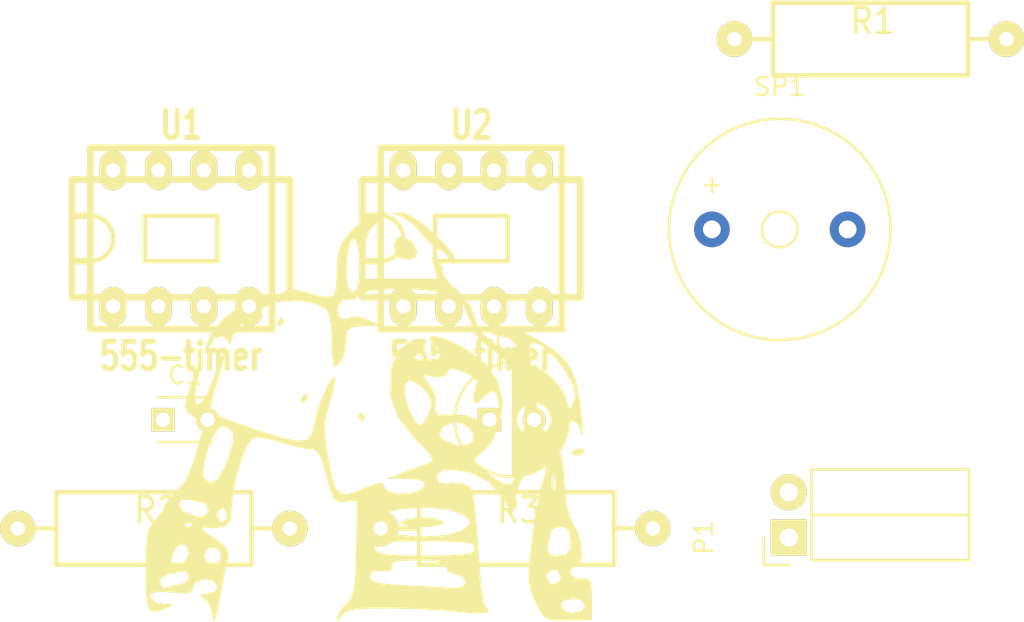
<source format=kicad_pcb>
(kicad_pcb (version 4) (host pcbnew 4.0.7)

  (general
    (links 19)
    (no_connects 19)
    (area 26.23251 15.928999 85.723141 51.173704)
    (thickness 1.6)
    (drawings 0)
    (tracks 0)
    (zones 0)
    (modules 10)
    (nets 10)
  )

  (page A4)
  (layers
    (0 F.Cu signal)
    (31 B.Cu signal)
    (32 B.Adhes user)
    (33 F.Adhes user)
    (34 B.Paste user)
    (35 F.Paste user)
    (36 B.SilkS user)
    (37 F.SilkS user)
    (38 B.Mask user)
    (39 F.Mask user)
    (40 Dwgs.User user)
    (41 Cmts.User user)
    (42 Eco1.User user)
    (43 Eco2.User user)
    (44 Edge.Cuts user)
    (45 Margin user)
    (46 B.CrtYd user)
    (47 F.CrtYd user)
    (48 B.Fab user)
    (49 F.Fab user)
  )

  (setup
    (last_trace_width 0.25)
    (trace_clearance 0.2)
    (zone_clearance 0.508)
    (zone_45_only no)
    (trace_min 0.2)
    (segment_width 0.2)
    (edge_width 0.15)
    (via_size 0.6)
    (via_drill 0.4)
    (via_min_size 0.4)
    (via_min_drill 0.3)
    (uvia_size 0.3)
    (uvia_drill 0.1)
    (uvias_allowed no)
    (uvia_min_size 0.2)
    (uvia_min_drill 0.1)
    (pcb_text_width 0.3)
    (pcb_text_size 1.5 1.5)
    (mod_edge_width 0.15)
    (mod_text_size 1 1)
    (mod_text_width 0.15)
    (pad_size 1.524 1.524)
    (pad_drill 0.762)
    (pad_to_mask_clearance 0.2)
    (aux_axis_origin 0 0)
    (visible_elements 7FFFFFFF)
    (pcbplotparams
      (layerselection 0x00030_80000001)
      (usegerberextensions false)
      (excludeedgelayer true)
      (linewidth 0.100000)
      (plotframeref false)
      (viasonmask false)
      (mode 1)
      (useauxorigin false)
      (hpglpennumber 1)
      (hpglpenspeed 20)
      (hpglpendiameter 15)
      (hpglpenoverlay 2)
      (psnegative false)
      (psa4output false)
      (plotreference true)
      (plotvalue true)
      (plotinvisibletext false)
      (padsonsilk false)
      (subtractmaskfromsilk false)
      (outputformat 1)
      (mirror false)
      (drillshape 1)
      (scaleselection 1)
      (outputdirectory ""))
  )

  (net 0 "")
  (net 1 /TRG)
  (net 2 /DIS2)
  (net 3 "Net-(C3-Pad2)")
  (net 4 /SPKR)
  (net 5 /VSS)
  (net 6 /DIS)
  (net 7 /OUT)
  (net 8 /THR)
  (net 9 /RESET2)

  (net_class Default "Dit is de standaard class."
    (clearance 0.2)
    (trace_width 0.25)
    (via_dia 0.6)
    (via_drill 0.4)
    (uvia_dia 0.3)
    (uvia_drill 0.1)
    (add_net /DIS)
    (add_net /DIS2)
    (add_net /OUT)
    (add_net /RESET2)
    (add_net /SPKR)
    (add_net /THR)
    (add_net /TRG)
    (add_net /VSS)
    (add_net "Net-(C3-Pad2)")
  )

  (module Capacitors_ThroughHole:C_Disc_D3_P2.5 (layer F.Cu) (tedit 0) (tstamp 5A58D5D9)
    (at 35.56 39.624)
    (descr "Capacitor 3mm Disc, Pitch 2.5mm")
    (tags Capacitor)
    (path /5A4CE3EC)
    (fp_text reference C1 (at 1.25 -2.5) (layer F.SilkS)
      (effects (font (size 1 1) (thickness 0.15)))
    )
    (fp_text value 01.uF (at 1.25 2.5) (layer F.Fab)
      (effects (font (size 1 1) (thickness 0.15)))
    )
    (fp_line (start -0.9 -1.5) (end 3.4 -1.5) (layer F.CrtYd) (width 0.05))
    (fp_line (start 3.4 -1.5) (end 3.4 1.5) (layer F.CrtYd) (width 0.05))
    (fp_line (start 3.4 1.5) (end -0.9 1.5) (layer F.CrtYd) (width 0.05))
    (fp_line (start -0.9 1.5) (end -0.9 -1.5) (layer F.CrtYd) (width 0.05))
    (fp_line (start -0.25 -1.25) (end 2.75 -1.25) (layer F.SilkS) (width 0.15))
    (fp_line (start 2.75 1.25) (end -0.25 1.25) (layer F.SilkS) (width 0.15))
    (pad 1 thru_hole rect (at 0 0) (size 1.3 1.3) (drill 0.8) (layers *.Cu *.Mask F.SilkS)
      (net 1 /TRG))
    (pad 2 thru_hole circle (at 2.5 0) (size 1.3 1.3) (drill 0.8001) (layers *.Cu *.Mask F.SilkS)
      (net 6 /DIS))
    (model Capacitors_ThroughHole.3dshapes/C_Disc_D3_P2.5.wrl
      (at (xyz 0.0492126 0 0))
      (scale (xyz 1 1 1))
      (rotate (xyz 0 0 0))
    )
  )

  (module Capacitors_ThroughHole:C_Radial_D6.3_L11.2_P2.5 (layer F.Cu) (tedit 0) (tstamp 5A58D5E5)
    (at 53.848 39.624)
    (descr "Radial Electrolytic Capacitor, Diameter 6.3mm x Length 11.2mm, Pitch 2.5mm")
    (tags "Electrolytic Capacitor")
    (path /5A56F242)
    (fp_text reference C3 (at 1.25 -4.4) (layer F.SilkS)
      (effects (font (size 1 1) (thickness 0.15)))
    )
    (fp_text value 10uF (at 1.25 4.4) (layer F.Fab)
      (effects (font (size 1 1) (thickness 0.15)))
    )
    (fp_line (start 1.325 -3.149) (end 1.325 3.149) (layer F.SilkS) (width 0.15))
    (fp_line (start 1.465 -3.143) (end 1.465 3.143) (layer F.SilkS) (width 0.15))
    (fp_line (start 1.605 -3.13) (end 1.605 -0.446) (layer F.SilkS) (width 0.15))
    (fp_line (start 1.605 0.446) (end 1.605 3.13) (layer F.SilkS) (width 0.15))
    (fp_line (start 1.745 -3.111) (end 1.745 -0.656) (layer F.SilkS) (width 0.15))
    (fp_line (start 1.745 0.656) (end 1.745 3.111) (layer F.SilkS) (width 0.15))
    (fp_line (start 1.885 -3.085) (end 1.885 -0.789) (layer F.SilkS) (width 0.15))
    (fp_line (start 1.885 0.789) (end 1.885 3.085) (layer F.SilkS) (width 0.15))
    (fp_line (start 2.025 -3.053) (end 2.025 -0.88) (layer F.SilkS) (width 0.15))
    (fp_line (start 2.025 0.88) (end 2.025 3.053) (layer F.SilkS) (width 0.15))
    (fp_line (start 2.165 -3.014) (end 2.165 -0.942) (layer F.SilkS) (width 0.15))
    (fp_line (start 2.165 0.942) (end 2.165 3.014) (layer F.SilkS) (width 0.15))
    (fp_line (start 2.305 -2.968) (end 2.305 -0.981) (layer F.SilkS) (width 0.15))
    (fp_line (start 2.305 0.981) (end 2.305 2.968) (layer F.SilkS) (width 0.15))
    (fp_line (start 2.445 -2.915) (end 2.445 -0.998) (layer F.SilkS) (width 0.15))
    (fp_line (start 2.445 0.998) (end 2.445 2.915) (layer F.SilkS) (width 0.15))
    (fp_line (start 2.585 -2.853) (end 2.585 -0.996) (layer F.SilkS) (width 0.15))
    (fp_line (start 2.585 0.996) (end 2.585 2.853) (layer F.SilkS) (width 0.15))
    (fp_line (start 2.725 -2.783) (end 2.725 -0.974) (layer F.SilkS) (width 0.15))
    (fp_line (start 2.725 0.974) (end 2.725 2.783) (layer F.SilkS) (width 0.15))
    (fp_line (start 2.865 -2.704) (end 2.865 -0.931) (layer F.SilkS) (width 0.15))
    (fp_line (start 2.865 0.931) (end 2.865 2.704) (layer F.SilkS) (width 0.15))
    (fp_line (start 3.005 -2.616) (end 3.005 -0.863) (layer F.SilkS) (width 0.15))
    (fp_line (start 3.005 0.863) (end 3.005 2.616) (layer F.SilkS) (width 0.15))
    (fp_line (start 3.145 -2.516) (end 3.145 -0.764) (layer F.SilkS) (width 0.15))
    (fp_line (start 3.145 0.764) (end 3.145 2.516) (layer F.SilkS) (width 0.15))
    (fp_line (start 3.285 -2.404) (end 3.285 -0.619) (layer F.SilkS) (width 0.15))
    (fp_line (start 3.285 0.619) (end 3.285 2.404) (layer F.SilkS) (width 0.15))
    (fp_line (start 3.425 -2.279) (end 3.425 -0.38) (layer F.SilkS) (width 0.15))
    (fp_line (start 3.425 0.38) (end 3.425 2.279) (layer F.SilkS) (width 0.15))
    (fp_line (start 3.565 -2.136) (end 3.565 2.136) (layer F.SilkS) (width 0.15))
    (fp_line (start 3.705 -1.974) (end 3.705 1.974) (layer F.SilkS) (width 0.15))
    (fp_line (start 3.845 -1.786) (end 3.845 1.786) (layer F.SilkS) (width 0.15))
    (fp_line (start 3.985 -1.563) (end 3.985 1.563) (layer F.SilkS) (width 0.15))
    (fp_line (start 4.125 -1.287) (end 4.125 1.287) (layer F.SilkS) (width 0.15))
    (fp_line (start 4.265 -0.912) (end 4.265 0.912) (layer F.SilkS) (width 0.15))
    (fp_circle (center 2.5 0) (end 2.5 -1) (layer F.SilkS) (width 0.15))
    (fp_circle (center 1.25 0) (end 1.25 -3.1875) (layer F.SilkS) (width 0.15))
    (fp_circle (center 1.25 0) (end 1.25 -3.4) (layer F.CrtYd) (width 0.05))
    (pad 2 thru_hole circle (at 2.5 0) (size 1.3 1.3) (drill 0.8) (layers *.Cu *.Mask F.SilkS)
      (net 3 "Net-(C3-Pad2)"))
    (pad 1 thru_hole rect (at 0 0) (size 1.3 1.3) (drill 0.8) (layers *.Cu *.Mask F.SilkS)
      (net 4 /SPKR))
    (model Capacitors_ThroughHole.3dshapes/C_Radial_D6.3_L11.2_P2.5.wrl
      (at (xyz 0 0 0))
      (scale (xyz 1 1 1))
      (rotate (xyz 0 0 0))
    )
  )

  (module Socket_Strips:Socket_Strip_Angled_1x02 (layer F.Cu) (tedit 0) (tstamp 5A58D5F9)
    (at 70.612 46.228 90)
    (descr "Through hole socket strip")
    (tags "socket strip")
    (path /5A4CE611)
    (fp_text reference P1 (at 0 -4.75 90) (layer F.SilkS)
      (effects (font (size 1 1) (thickness 0.15)))
    )
    (fp_text value PWR_5v (at 0 -2.75 90) (layer F.Fab)
      (effects (font (size 1 1) (thickness 0.15)))
    )
    (fp_line (start -1.75 -1.5) (end -1.75 10.6) (layer F.CrtYd) (width 0.05))
    (fp_line (start 4.3 -1.5) (end 4.3 10.6) (layer F.CrtYd) (width 0.05))
    (fp_line (start -1.75 -1.5) (end 4.3 -1.5) (layer F.CrtYd) (width 0.05))
    (fp_line (start -1.75 10.6) (end 4.3 10.6) (layer F.CrtYd) (width 0.05))
    (fp_line (start 3.81 10.1) (end 3.81 1.27) (layer F.SilkS) (width 0.15))
    (fp_line (start 1.27 10.1) (end 3.81 10.1) (layer F.SilkS) (width 0.15))
    (fp_line (start 1.27 1.27) (end 1.27 10.1) (layer F.SilkS) (width 0.15))
    (fp_line (start 1.27 1.27) (end 3.81 1.27) (layer F.SilkS) (width 0.15))
    (fp_line (start -1.27 1.27) (end 1.27 1.27) (layer F.SilkS) (width 0.15))
    (fp_line (start 0 -1.4) (end -1.55 -1.4) (layer F.SilkS) (width 0.15))
    (fp_line (start -1.55 -1.4) (end -1.55 0) (layer F.SilkS) (width 0.15))
    (fp_line (start -1.27 1.27) (end -1.27 10.1) (layer F.SilkS) (width 0.15))
    (fp_line (start -1.27 10.1) (end 1.27 10.1) (layer F.SilkS) (width 0.15))
    (fp_line (start 1.27 10.1) (end 1.27 1.27) (layer F.SilkS) (width 0.15))
    (pad 1 thru_hole rect (at 0 0 90) (size 2.032 2.032) (drill 1.016) (layers *.Cu *.Mask F.SilkS)
      (net 9 /RESET2))
    (pad 2 thru_hole oval (at 2.54 0 90) (size 2.032 2.032) (drill 1.016) (layers *.Cu *.Mask F.SilkS)
      (net 5 /VSS))
    (model Socket_Strips.3dshapes/Socket_Strip_Angled_1x02.wrl
      (at (xyz 0.05 0 0))
      (scale (xyz 1 1 1))
      (rotate (xyz 0 0 180))
    )
  )

  (module w_pth_resistors:RC07 (layer F.Cu) (tedit 4B90E153) (tstamp 5A58D61B)
    (at 35.052 45.72)
    (descr "Resistor, RC07")
    (tags R)
    (path /5A4D0F6C)
    (autoplace_cost180 10)
    (fp_text reference R2 (at 0.127 -1.016) (layer F.SilkS)
      (effects (font (size 1.397 1.27) (thickness 0.2032)))
    )
    (fp_text value R1k (at 0 1.016) (layer F.SilkS) hide
      (effects (font (size 1.397 1.27) (thickness 0.2032)))
    )
    (fp_line (start -5.461 0) (end -5.461 -2.032) (layer F.SilkS) (width 0.254))
    (fp_line (start -5.461 -2.032) (end 5.461 -2.032) (layer F.SilkS) (width 0.254))
    (fp_line (start 5.461 -2.032) (end 5.461 2.032) (layer F.SilkS) (width 0.254))
    (fp_line (start 5.461 2.032) (end -5.461 2.032) (layer F.SilkS) (width 0.254))
    (fp_line (start -5.461 2.032) (end -5.461 0) (layer F.SilkS) (width 0.254))
    (fp_line (start 5.461 0) (end 7.62 0) (layer F.SilkS) (width 0.254))
    (fp_line (start -7.62 0) (end -5.461 0) (layer F.SilkS) (width 0.254))
    (pad 1 thru_hole circle (at -7.62 0) (size 1.99898 1.99898) (drill 0.8001) (layers *.Cu *.Mask F.SilkS)
      (net 8 /THR))
    (pad 2 thru_hole circle (at 7.62 0) (size 1.99898 1.99898) (drill 0.8001) (layers *.Cu *.Mask F.SilkS)
      (net 6 /DIS))
    (model walter/pth_resistors/rc07.wrl
      (at (xyz 0 0 0))
      (scale (xyz 1 1 1))
      (rotate (xyz 0 0 0))
    )
  )

  (module w_pth_resistors:RC07 (layer F.Cu) (tedit 4B90E153) (tstamp 5A58D621)
    (at 55.372 45.72)
    (descr "Resistor, RC07")
    (tags R)
    (path /5A4D047C)
    (autoplace_cost180 10)
    (fp_text reference R3 (at 0.127 -1.016) (layer F.SilkS)
      (effects (font (size 1.397 1.27) (thickness 0.2032)))
    )
    (fp_text value R50k (at 0 1.016) (layer F.SilkS) hide
      (effects (font (size 1.397 1.27) (thickness 0.2032)))
    )
    (fp_line (start -5.461 0) (end -5.461 -2.032) (layer F.SilkS) (width 0.254))
    (fp_line (start -5.461 -2.032) (end 5.461 -2.032) (layer F.SilkS) (width 0.254))
    (fp_line (start 5.461 -2.032) (end 5.461 2.032) (layer F.SilkS) (width 0.254))
    (fp_line (start 5.461 2.032) (end -5.461 2.032) (layer F.SilkS) (width 0.254))
    (fp_line (start -5.461 2.032) (end -5.461 0) (layer F.SilkS) (width 0.254))
    (fp_line (start 5.461 0) (end 7.62 0) (layer F.SilkS) (width 0.254))
    (fp_line (start -7.62 0) (end -5.461 0) (layer F.SilkS) (width 0.254))
    (pad 1 thru_hole circle (at -7.62 0) (size 1.99898 1.99898) (drill 0.8001) (layers *.Cu *.Mask F.SilkS)
      (net 6 /DIS))
    (pad 2 thru_hole circle (at 7.62 0) (size 1.99898 1.99898) (drill 0.8001) (layers *.Cu *.Mask F.SilkS)
      (net 5 /VSS))
    (model walter/pth_resistors/rc07.wrl
      (at (xyz 0 0 0))
      (scale (xyz 1 1 1))
      (rotate (xyz 0 0 0))
    )
  )

  (module swartskaap@gmail:LOGO-sovjetSimpits (layer F.Cu) (tedit 0) (tstamp 5A58D77D)
    (at 47.1551 39.2176)
    (path /5A57BACC)
    (fp_text reference P4 (at 0 0) (layer F.SilkS) hide
      (effects (font (thickness 0.3)))
    )
    (fp_text value EasyLAB_LOGO (at 0.75 0) (layer F.SilkS) hide
      (effects (font (thickness 0.3)))
    )
    (fp_poly (pts (xy 0.921527 -11.210096) (xy 0.924622 -11.083217) (xy 0.526492 -10.745717) (xy 0.43711 -10.675331)
      (xy -0.006426 -10.231551) (xy -0.214761 -9.683924) (xy -0.267358 -8.821342) (xy -0.267368 -8.803752)
      (xy -0.267368 -7.486315) (xy 3.753346 -7.486315) (xy 3.57325 -8.203875) (xy 3.479806 -8.680841)
      (xy 3.594492 -8.71838) (xy 3.807462 -8.538085) (xy 4.082976 -8.13532) (xy 4.080478 -7.922026)
      (xy 4.177733 -7.624265) (xy 4.582445 -7.122618) (xy 4.910646 -6.799342) (xy 5.587323 -6.028951)
      (xy 5.877027 -5.348007) (xy 5.882106 -5.263677) (xy 6.086626 -4.663551) (xy 6.739124 -4.030215)
      (xy 6.956422 -3.873486) (xy 7.730227 -3.396076) (xy 8.143528 -3.294649) (xy 8.183735 -3.447713)
      (xy 8.969351 -3.447713) (xy 9.025197 -2.719104) (xy 9.141103 -1.776512) (xy 9.294179 -0.775023)
      (xy 9.461536 0.130275) (xy 9.620284 0.784295) (xy 9.705601 0.997545) (xy 9.979606 1.032028)
      (xy 10.410743 0.734362) (xy 10.883145 0.232196) (xy 11.280947 -0.34682) (xy 11.48828 -0.875035)
      (xy 11.496842 -0.975862) (xy 11.349836 -1.563628) (xy 10.972055 -2.252244) (xy 10.458356 -2.934297)
      (xy 9.903595 -3.502374) (xy 9.402628 -3.84906) (xy 9.050313 -3.866943) (xy 8.996455 -3.807251)
      (xy 8.969351 -3.447713) (xy 8.183735 -3.447713) (xy 8.215499 -3.568635) (xy 8.132425 -3.838574)
      (xy 7.762348 -4.180332) (xy 7.324026 -4.277894) (xy 6.835412 -4.373132) (xy 6.684211 -4.545263)
      (xy 6.897784 -4.796495) (xy 7.459048 -4.812226) (xy 8.248824 -4.617672) (xy 9.147929 -4.238048)
      (xy 9.744118 -3.897865) (xy 10.592151 -3.283105) (xy 11.163206 -2.639027) (xy 11.527462 -1.827835)
      (xy 11.755094 -0.711731) (xy 11.865376 0.267369) (xy 11.916243 0.963049) (xy 11.908808 1.284822)
      (xy 11.857925 1.203158) (xy 11.618513 0.610805) (xy 11.295334 0.488847) (xy 10.802653 0.829008)
      (xy 10.553587 1.077267) (xy 10.085872 1.592553) (xy 9.967657 1.856557) (xy 10.16644 1.99219)
      (xy 10.301349 2.031137) (xy 10.59276 2.185618) (xy 10.765118 2.538376) (xy 10.857263 3.214272)
      (xy 10.894522 3.93813) (xy 10.987015 4.979301) (xy 11.159859 5.780245) (xy 11.326245 6.127602)
      (xy 11.634814 6.67432) (xy 11.826033 7.363395) (xy 11.879022 8.018443) (xy 11.772898 8.463087)
      (xy 11.613717 8.55579) (xy 11.277765 8.771465) (xy 11.229474 8.973649) (xy 11.432177 9.290575)
      (xy 11.831053 9.307859) (xy 12.201728 9.309113) (xy 12.378019 9.537049) (xy 12.430473 10.122953)
      (xy 12.432632 10.427369) (xy 12.432632 11.630527) (xy 11.09579 11.666314) (xy 10.291113 11.664144)
      (xy 9.828937 11.530846) (xy 9.517587 11.159746) (xy 9.351863 10.828421) (xy 10.694737 10.828421)
      (xy 10.927161 11.150979) (xy 11.363158 11.229474) (xy 11.900754 11.09002) (xy 12.031579 10.828421)
      (xy 11.799155 10.505864) (xy 11.363158 10.427369) (xy 10.825563 10.566823) (xy 10.694737 10.828421)
      (xy 9.351863 10.828421) (xy 9.259906 10.644577) (xy 9.032001 10.104725) (xy 8.910411 9.590053)
      (xy 8.897543 9.224211) (xy 9.892632 9.224211) (xy 10.106651 9.57868) (xy 10.293685 9.625263)
      (xy 10.648153 9.411244) (xy 10.694737 9.224211) (xy 10.480718 8.869742) (xy 10.293685 8.823158)
      (xy 9.939216 9.037178) (xy 9.892632 9.224211) (xy 8.897543 9.224211) (xy 8.888115 8.956198)
      (xy 8.95809 8.0588) (xy 8.98133 7.861026) (xy 9.953868 7.861026) (xy 10.264571 8.011152)
      (xy 10.529869 8.021053) (xy 11.028426 7.940505) (xy 11.211342 7.589014) (xy 11.229474 7.218948)
      (xy 11.145441 6.631832) (xy 10.832773 6.425117) (xy 10.694737 6.416842) (xy 10.258127 6.501137)
      (xy 10.156349 6.617369) (xy 10.090365 7.01163) (xy 9.991482 7.419474) (xy 9.953868 7.861026)
      (xy 8.98133 7.861026) (xy 9.082591 6.999316) (xy 9.246091 5.832972) (xy 9.420025 4.833335)
      (xy 9.577877 4.143407) (xy 9.648475 3.947312) (xy 9.670215 3.876842) (xy 10.212123 3.876842)
      (xy 10.241023 4.333461) (xy 10.324722 4.373662) (xy 10.335377 4.349826) (xy 10.388268 3.81905)
      (xy 10.345284 3.54772) (xy 10.260176 3.438687) (xy 10.213887 3.793814) (xy 10.212123 3.876842)
      (xy 9.670215 3.876842) (xy 9.867577 3.237122) (xy 9.828462 2.588651) (xy 9.607475 2.261638)
      (xy 9.221755 2.211869) (xy 9.007922 2.660098) (xy 8.991903 2.755897) (xy 8.776374 3.315355)
      (xy 8.641787 3.515659) (xy 8.384806 4.020137) (xy 8.16503 4.742535) (xy 8.15859 4.772094)
      (xy 7.967011 5.667345) (xy 7.472059 4.853463) (xy 6.625638 3.871483) (xy 5.529762 3.34933)
      (xy 4.74579 3.240166) (xy 4.058949 3.264363) (xy 3.773082 3.457745) (xy 3.743158 3.631445)
      (xy 3.872867 3.932253) (xy 4.344249 3.978261) (xy 4.550338 3.95275) (xy 5.244945 3.972768)
      (xy 5.641119 4.176) (xy 5.766253 4.567384) (xy 5.891864 5.372154) (xy 6.002594 6.469192)
      (xy 6.077275 7.61528) (xy 6.155893 8.847497) (xy 6.255121 9.872692) (xy 6.361879 10.579341)
      (xy 6.45702 10.853253) (xy 6.707642 11.110449) (xy 6.471688 11.249705) (xy 5.786272 11.261221)
      (xy 5.146842 11.199282) (xy 4.143853 11.107074) (xy 2.846119 11.032829) (xy 1.493609 10.98943)
      (xy 1.149602 10.984667) (xy -0.048266 10.988709) (xy -0.821412 11.039244) (xy -1.279083 11.154075)
      (xy -1.530522 11.351008) (xy -1.582794 11.43) (xy -1.802924 11.689125) (xy -1.863448 11.5397)
      (xy -1.681915 11.107676) (xy -1.345208 10.737594) (xy -1.09842 10.460809) (xy -0.938123 10.055569)
      (xy -0.843687 9.408355) (xy -0.832569 9.181795) (xy 0 9.181795) (xy 0.101356 9.405116)
      (xy 0.469846 9.551202) (xy 1.2021 9.643933) (xy 2.072106 9.693895) (xy 3.153423 9.744905)
      (xy 4.090497 9.795237) (xy 4.700189 9.834963) (xy 4.74579 9.838826) (xy 5.240995 9.736779)
      (xy 5.347369 9.491579) (xy 5.124465 9.164964) (xy 4.812632 9.090527) (xy 4.377145 8.923349)
      (xy 4.277895 8.689474) (xy 4.154194 8.456071) (xy 3.715931 8.331057) (xy 2.862365 8.289115)
      (xy 2.682076 8.288421) (xy 1.776135 8.315599) (xy 1.31499 8.411904) (xy 1.210768 8.599499)
      (xy 1.227066 8.655364) (xy 1.194978 8.905129) (xy 0.754007 8.904328) (xy 0.683937 8.891563)
      (xy 0.156139 8.88498) (xy 0.000011 9.177683) (xy 0 9.181795) (xy -0.832569 9.181795)
      (xy -0.794479 8.405649) (xy -0.778584 7.62) (xy 0.267369 7.62) (xy 0.353436 7.803143)
      (xy 0.669186 7.922282) (xy 1.300942 7.98975) (xy 2.335024 8.017879) (xy 3.074737 8.021053)
      (xy 4.356736 8.008758) (xy 5.190712 7.96365) (xy 5.662987 7.8734) (xy 5.859885 7.725674)
      (xy 5.882106 7.62) (xy 5.796038 7.436858) (xy 5.480288 7.317718) (xy 4.848532 7.25025)
      (xy 3.81445 7.222122) (xy 3.074737 7.218948) (xy 1.792739 7.231243) (xy 0.958763 7.27635)
      (xy 0.486487 7.366601) (xy 0.289589 7.514327) (xy 0.267369 7.62) (xy -0.778584 7.62)
      (xy -0.755249 6.070004) (xy 0.292656 6.070004) (xy 0.358992 6.308906) (xy 0.652681 6.550527)
      (xy 1.355545 6.824516) (xy 2.54121 6.945748) (xy 2.941053 6.951579) (xy 4.252012 6.872633)
      (xy 5.088628 6.639446) (xy 5.229425 6.550527) (xy 5.589449 6.228944) (xy 5.523114 5.990042)
      (xy 5.229425 5.748421) (xy 4.526561 5.474431) (xy 3.340896 5.3532) (xy 2.941053 5.347369)
      (xy 1.630094 5.426315) (xy 0.793478 5.659502) (xy 0.652681 5.748421) (xy 0.292656 6.070004)
      (xy -0.755249 6.070004) (xy -0.738331 4.946316) (xy -1.406649 5.018263) (xy -1.792776 5.009619)
      (xy -2.048661 4.803065) (xy -2.256607 4.282265) (xy -2.447003 3.547737) (xy -2.74621 2.566233)
      (xy -3.042262 2.11247) (xy -3.179702 2.082868) (xy -3.627317 2.047634) (xy -4.371237 1.871921)
      (xy -4.854863 1.723868) (xy -5.676324 1.498939) (xy -6.322641 1.406609) (xy -6.536369 1.428097)
      (xy -6.824554 1.7671) (xy -7.137069 2.480714) (xy -7.426955 3.413587) (xy -7.647254 4.410368)
      (xy -7.751009 5.315704) (xy -7.753684 5.455361) (xy -7.819591 6.077909) (xy -8.095166 6.396398)
      (xy -8.697192 6.482911) (xy -9.357894 6.445564) (xy -9.40125 6.541096) (xy -9.057743 6.822921)
      (xy -8.756939 7.015464) (xy -8.06411 7.546011) (xy -7.897924 7.983914) (xy -7.909665 8.021053)
      (xy -8.034612 8.491172) (xy -8.198212 9.293717) (xy -8.325607 10.019549) (xy -8.510257 11.019861)
      (xy -8.664236 11.609433) (xy -8.772958 11.751103) (xy -8.821838 11.407705) (xy -8.823158 11.287321)
      (xy -9.026646 10.702498) (xy -9.291052 10.448785) (xy -9.581198 10.243101) (xy -9.391594 10.175038)
      (xy -9.157368 10.168131) (xy -8.672058 10.008943) (xy -8.555789 9.758948) (xy -8.788213 9.43639)
      (xy -9.22421 9.357895) (xy -9.771648 9.50507) (xy -9.892631 9.79372) (xy -9.985897 10.056599)
      (xy -10.350375 10.145452) (xy -11.095789 10.093931) (xy -11.875261 10.049088) (xy -12.238293 10.157864)
      (xy -12.298947 10.326527) (xy -12.062383 10.614102) (xy -11.563684 10.713529) (xy -11.088103 10.746024)
      (xy -11.1049 10.840826) (xy -11.363158 10.962106) (xy -11.912417 11.165845) (xy -12.262997 11.155392)
      (xy -12.459245 10.853431) (xy -12.54551 10.182649) (xy -12.557746 9.520185) (xy -11.76421 9.520185)
      (xy -11.604756 9.822158) (xy -11.34129 9.787553) (xy -10.738991 9.640521) (xy -10.539185 9.625263)
      (xy -10.210226 9.408642) (xy -10.16 9.195605) (xy -10.319454 8.893632) (xy -10.58292 8.928237)
      (xy -11.185219 9.075269) (xy -11.385025 9.090527) (xy -11.713984 9.307148) (xy -11.76421 9.520185)
      (xy -12.557746 9.520185) (xy -12.56614 9.065732) (xy -12.566315 8.864597) (xy -12.558573 8.314981)
      (xy -11.133509 8.314981) (xy -11.016424 8.650857) (xy -10.677726 8.633638) (xy -10.537249 8.536035)
      (xy -10.217499 8.098526) (xy -9.270398 8.098526) (xy -9.075387 8.471212) (xy -8.823158 8.55579)
      (xy -8.480247 8.361029) (xy -8.407707 8.265125) (xy -8.376473 7.857368) (xy -8.659355 7.5838)
      (xy -9.047361 7.616833) (xy -9.120703 7.676914) (xy -9.270398 8.098526) (xy -10.217499 8.098526)
      (xy -10.211411 8.090197) (xy -10.16 7.87041) (xy -10.311713 7.429575) (xy -10.650366 7.408505)
      (xy -10.961054 7.751722) (xy -11.133509 8.314981) (xy -12.558573 8.314981) (xy -12.549694 7.684745)
      (xy -12.484091 6.913253) (xy -12.345897 6.424347) (xy -12.214795 6.238597) (xy -10.338245 6.238597)
      (xy -10.301544 6.397547) (xy -10.16 6.416842) (xy -9.939925 6.319016) (xy -9.981754 6.238597)
      (xy -10.299058 6.206598) (xy -10.338245 6.238597) (xy -12.214795 6.238597) (xy -12.111505 6.092253)
      (xy -12.031579 6.01579) (xy -11.630324 5.540589) (xy -11.496842 5.202996) (xy -11.475108 5.162896)
      (xy -10.694737 5.162896) (xy -10.442894 5.580595) (xy -9.688876 5.819629) (xy -9.424737 5.85109)
      (xy -9.261172 5.748421) (xy -8.555789 5.748421) (xy -8.411418 6.104227) (xy -8.288421 6.149474)
      (xy -8.051217 5.932917) (xy -8.021052 5.748421) (xy -8.165424 5.392616) (xy -8.288421 5.347369)
      (xy -8.525624 5.563926) (xy -8.555789 5.748421) (xy -9.261172 5.748421) (xy -9.130127 5.666165)
      (xy -9.090526 5.481053) (xy -9.199453 5.122589) (xy -9.291052 5.076349) (xy -9.685313 5.010365)
      (xy -10.093158 4.911482) (xy -10.570051 4.888225) (xy -10.694737 5.162896) (xy -11.475108 5.162896)
      (xy -11.29363 4.828068) (xy -10.869471 4.463063) (xy -10.335909 3.838739) (xy -10.20019 3.508777)
      (xy -9.340756 3.508777) (xy -9.25686 3.737245) (xy -8.872262 3.941355) (xy -8.509235 3.709555)
      (xy -8.125867 3.003711) (xy -7.943288 2.542159) (xy -7.670743 1.653085) (xy -7.683416 1.118443)
      (xy -7.99879 0.829782) (xy -8.231482 0.754361) (xy -8.515017 0.927492) (xy -8.82597 1.458976)
      (xy -9.106083 2.179335) (xy -9.297097 2.919094) (xy -9.340756 3.508777) (xy -10.20019 3.508777)
      (xy -9.868073 2.701335) (xy -9.773368 2.381444) (xy -9.304635 0.710895) (xy -9.900632 0.261333)
      (xy -10.235578 -0.020187) (xy -10.361819 -0.307099) (xy -10.292067 -0.766607) (xy -10.039459 -1.56464)
      (xy -9.765015 -2.325185) (xy -9.542773 -2.825062) (xy -9.452074 -2.941052) (xy -9.423747 -2.727079)
      (xy -9.521636 -2.339473) (xy -9.699013 -1.594651) (xy -9.78117 -0.991349) (xy -9.746885 -0.506335)
      (xy -9.560945 -0.464048) (xy -9.272574 -0.811645) (xy -8.930994 -1.496282) (xy -8.676886 -2.176845)
      (xy -8.412383 -2.900148) (xy -8.204733 -3.33751) (xy -8.126804 -3.403295) (xy -8.150682 -3.115246)
      (xy -8.319833 -2.47214) (xy -8.558071 -1.731264) (xy -8.809629 -0.884791) (xy -8.925601 -0.247584)
      (xy -8.892973 0.015967) (xy -8.564831 0.173936) (xy -7.849511 0.449236) (xy -6.869133 0.796219)
      (xy -6.229618 1.011523) (xy -4.968522 1.404729) (xy -4.116082 1.586087) (xy -3.583864 1.540835)
      (xy -3.283433 1.254212) (xy -3.126353 0.711457) (xy -3.092812 0.487939) (xy -2.949353 -0.116543)
      (xy -2.700247 -0.809929) (xy -2.411018 -1.450314) (xy -2.147191 -1.895793) (xy -1.97429 -2.004462)
      (xy -1.956366 -1.973231) (xy -1.974477 -1.55724) (xy -2.14334 -0.853811) (xy -2.256016 -0.502705)
      (xy -2.476006 0.298928) (xy -2.527151 1.085992) (xy -2.418451 2.093323) (xy -2.367486 2.406316)
      (xy -2.148072 3.561677) (xy -1.917176 4.256412) (xy -1.599894 4.560859) (xy -1.121319 4.545354)
      (xy -0.406548 4.280234) (xy -0.382721 4.270037) (xy 0.336917 3.987454) (xy 0.693624 3.93716)
      (xy 0.8006 4.10804) (xy 0.802106 4.153712) (xy 1.026262 4.423152) (xy 1.564565 4.550936)
      (xy 2.215761 4.53792) (xy 2.778601 4.38496) (xy 3.03774 4.144211) (xy 3.024987 3.884459)
      (xy 2.658148 3.759933) (xy 2.063714 3.729381) (xy 0.93579 3.715604) (xy 1.871579 3.354632)
      (xy 2.628347 3.070326) (xy 3.236061 2.854498) (xy 3.284869 2.838378) (xy 3.492656 2.698862)
      (xy 3.4177 2.439461) (xy 3.012532 1.973688) (xy 2.573357 1.542074) (xy 2.356142 1.273823)
      (xy 3.876117 1.273823) (xy 4.196227 1.574498) (xy 4.91673 1.834717) (xy 5.521915 1.78406)
      (xy 5.75566 1.592499) (xy 5.754698 1.172515) (xy 5.414334 0.75992) (xy 4.899528 0.539745)
      (xy 4.812632 0.534737) (xy 4.244431 0.727562) (xy 4.028439 0.914207) (xy 3.876117 1.273823)
      (xy 2.356142 1.273823) (xy 1.591498 0.329525) (xy 1.128569 -0.947918) (xy 1.128779 -0.95514)
      (xy 1.967379 -0.95514) (xy 2.178322 -0.232287) (xy 2.259883 -0.047503) (xy 2.568146 0.554062)
      (xy 2.775661 0.730178) (xy 3.001104 0.543037) (xy 3.11001 0.39803) (xy 3.385726 -0.218576)
      (xy 3.419038 -0.63584) (xy 3.148443 -1.161514) (xy 2.743812 -1.537158) (xy 2.292 -1.785475)
      (xy 2.068162 -1.688084) (xy 1.970618 -1.476654) (xy 1.967379 -0.95514) (xy 1.128779 -0.95514)
      (xy 1.158637 -1.98158) (xy 3.016439 -1.98158) (xy 3.315484 -1.633627) (xy 3.678856 -0.918166)
      (xy 3.687293 -0.45113) (xy 3.656791 -0.038755) (xy 3.871548 0.123339) (xy 4.466183 0.121563)
      (xy 4.568472 0.114512) (xy 5.366902 0.159257) (xy 6.002447 0.362805) (xy 6.060224 0.400482)
      (xy 6.622106 0.584244) (xy 7.041545 0.305775) (xy 7.218252 -0.364083) (xy 7.218948 -0.418011)
      (xy 7.097936 -1.03449) (xy 6.786969 -1.184387) (xy 6.36415 -0.835211) (xy 6.329985 -0.787823)
      (xy 5.990756 -0.491871) (xy 5.783927 -0.612599) (xy 5.785522 -1.034932) (xy 5.925619 -1.399904)
      (xy 5.990777 -1.75814) (xy 5.679118 -2.044636) (xy 5.287911 -2.225407) (xy 4.688662 -2.4374)
      (xy 4.411292 -2.402078) (xy 4.320712 -2.206232) (xy 4.065239 -1.951933) (xy 3.525867 -2.002356)
      (xy 3.041862 -2.104123) (xy 3.016439 -1.98158) (xy 1.158637 -1.98158) (xy 1.169021 -2.338537)
      (xy 1.232687 -2.620935) (xy 1.615536 -3.501121) (xy 2.174848 -3.941545) (xy 2.812068 -3.912035)
      (xy 3.133659 -3.746021) (xy 3.031256 -3.541291) (xy 2.781567 -3.343251) (xy 2.481278 -3.081413)
      (xy 2.584539 -2.974252) (xy 3.141579 -2.949556) (xy 3.808989 -3.031009) (xy 3.979336 -3.304245)
      (xy 3.660699 -3.785608) (xy 3.590376 -3.857744) (xy 3.3133 -4.177994) (xy 3.438425 -4.273223)
      (xy 3.603654 -4.277894) (xy 4.302776 -4.108474) (xy 5.196754 -3.667874) (xy 6.096962 -3.057592)
      (xy 6.480355 -2.730012) (xy 7.162886 -1.753897) (xy 7.44264 -0.585711) (xy 7.320381 0.615763)
      (xy 6.796872 1.691741) (xy 6.457271 2.068274) (xy 5.755982 2.718207) (xy 6.685828 3.47711)
      (xy 7.410194 3.959876) (xy 7.869184 4.017933) (xy 7.912907 3.989332) (xy 8.150789 3.545905)
      (xy 8.362901 2.725439) (xy 8.528388 1.685607) (xy 8.626393 0.584085) (xy 8.63606 -0.421453)
      (xy 8.574219 -1.0103) (xy 8.119366 -2.291618) (xy 7.27264 -3.236699) (xy 6.627825 -3.638632)
      (xy 5.95453 -4.267149) (xy 5.614737 -5.08) (xy 5.280825 -5.880745) (xy 4.729468 -6.422334)
      (xy 3.873255 -6.747293) (xy 2.624774 -6.898147) (xy 1.829453 -6.921541) (xy 0.617419 -6.895181)
      (xy -0.142701 -6.778172) (xy -0.525314 -6.56188) (xy -0.971112 -6.307906) (xy -1.220452 -6.326791)
      (xy -1.594847 -6.255218) (xy -1.815069 -5.871039) (xy -1.764509 -5.395064) (xy -1.737784 -5.347189)
      (xy -1.422087 -5.208009) (xy -1.246197 -5.30964) (xy -0.730871 -5.398911) (xy -0.133684 -5.210654)
      (xy 0.668421 -4.856062) (xy -0.33421 -4.834347) (xy -0.99108 -4.784062) (xy -1.272129 -4.574472)
      (xy -1.336119 -4.059144) (xy -1.336842 -3.90958) (xy -1.449187 -3.191103) (xy -1.721232 -2.688288)
      (xy -1.737894 -2.673684) (xy -1.959816 -2.553838) (xy -2.081448 -2.722095) (xy -2.131367 -3.269047)
      (xy -2.138947 -3.94505) (xy -2.195486 -4.948868) (xy -2.349773 -5.623409) (xy -2.473158 -5.811745)
      (xy -3.208981 -6.136501) (xy -4.203513 -6.270345) (xy -5.205922 -6.184579) (xy -5.369475 -6.143133)
      (xy -6.150644 -5.785845) (xy -6.914522 -5.228052) (xy -7.506663 -4.60561) (xy -7.77262 -4.054375)
      (xy -7.774792 -4.027346) (xy -7.840586 -3.798198) (xy -7.930757 -3.943684) (xy -8.255376 -4.257252)
      (xy -8.667983 -4.160352) (xy -8.963237 -3.723009) (xy -9.14676 -3.33466) (xy -9.260082 -3.288854)
      (xy -9.23375 -3.582098) (xy -9.018663 -4.161681) (xy -8.932724 -4.349239) (xy -8.31563 -5.17871)
      (xy -7.406765 -5.883921) (xy -6.408628 -6.329829) (xy -5.832333 -6.416842) (xy -5.199192 -6.53895)
      (xy -4.874686 -6.729102) (xy -4.512573 -6.901923) (xy -3.904746 -6.834322) (xy -3.520193 -6.729102)
      (xy -2.633692 -6.489666) (xy -2.140289 -6.496302) (xy -1.924957 -6.828499) (xy -1.872669 -7.565742)
      (xy -1.871579 -7.868331) (xy -1.856132 -8.194071) (xy -1.308901 -8.194071) (xy -1.29968 -7.474234)
      (xy -1.21126 -7.009966) (xy -0.993256 -6.712444) (xy -0.787499 -6.85603) (xy -0.634315 -7.347836)
      (xy -0.574028 -8.094971) (xy -0.585406 -8.451646) (xy -0.682387 -9.204774) (xy -0.837792 -9.67725)
      (xy -0.935789 -9.758947) (xy -1.108268 -9.522911) (xy -1.238868 -8.939124) (xy -1.308901 -8.194071)
      (xy -1.856132 -8.194071) (xy -1.827928 -8.788822) (xy -1.635267 -9.424912) (xy -1.201028 -10.023951)
      (xy -0.971061 -10.274647) (xy -0.280504 -10.874008) (xy 0.353741 -11.201152) (xy 0.535522 -11.229473)
      (xy 0.921527 -11.210096)) (layer F.SilkS) (width 0.01))
    (fp_poly (pts (xy 12.031579 2.147339) (xy 11.814894 2.377141) (xy 11.630527 2.406316) (xy 11.273801 2.349112)
      (xy 11.229474 2.301237) (xy 11.438544 2.128837) (xy 11.630527 2.04226) (xy 11.974805 2.036703)
      (xy 12.031579 2.147339)) (layer F.SilkS) (width 0.01))
    (fp_poly (pts (xy -0.278249 0.194086) (xy -0.267368 0.267369) (xy -0.35859 0.527786) (xy -0.385273 0.534737)
      (xy -0.613544 0.347382) (xy -0.668421 0.267369) (xy -0.647222 0.020993) (xy -0.550516 0)
      (xy -0.278249 0.194086)) (layer F.SilkS) (width 0.01))
    (fp_poly (pts (xy -3.478855 -0.862613) (xy -3.475789 -0.802105) (xy -3.681329 -0.545011) (xy -3.758937 -0.534737)
      (xy -3.918619 -0.698537) (xy -3.876842 -0.802105) (xy -3.636583 -1.05717) (xy -3.593694 -1.069473)
      (xy -3.478855 -0.862613)) (layer F.SilkS) (width 0.01))
    (fp_poly (pts (xy -4.815697 -5.140507) (xy -4.812631 -5.08) (xy -5.018171 -4.822906) (xy -5.095779 -4.812631)
      (xy -5.255461 -4.976431) (xy -5.213684 -5.08) (xy -4.973425 -5.335065) (xy -4.930536 -5.347368)
      (xy -4.815697 -5.140507)) (layer F.SilkS) (width 0.01))
    (fp_poly (pts (xy 2.589801 -6.244136) (xy 2.54 -6.149473) (xy 2.288082 -5.894136) (xy 2.241073 -5.882105)
      (xy 2.222831 -6.054811) (xy 2.272632 -6.149473) (xy 2.52455 -6.404811) (xy 2.571559 -6.416842)
      (xy 2.589801 -6.244136)) (layer F.SilkS) (width 0.01))
    (fp_poly (pts (xy 2.280818 -11.040214) (xy 2.935774 -10.58823) (xy 3.651045 -9.979723) (xy 4.289776 -9.337843)
      (xy 4.715114 -8.78574) (xy 4.812632 -8.522316) (xy 4.705243 -8.293574) (xy 4.480767 -8.474154)
      (xy 4.374583 -8.689473) (xy 4.06597 -9.044294) (xy 3.898518 -9.090526) (xy 3.542756 -9.288361)
      (xy 3.072808 -9.777255) (xy 2.971548 -9.908566) (xy 2.413898 -10.518902) (xy 1.847455 -10.932912)
      (xy 1.784952 -10.961092) (xy 1.203158 -11.195578) (xy 1.823032 -11.212526) (xy 2.280818 -11.040214)) (layer F.SilkS) (width 0.01))
    (fp_poly (pts (xy 2.352842 -9.571789) (xy 2.651158 -9.068865) (xy 2.550395 -8.679295) (xy 2.183509 -8.555789)
      (xy 1.675128 -8.643079) (xy 1.515088 -8.734035) (xy 1.361964 -9.127205) (xy 1.336842 -9.402456)
      (xy 1.512221 -9.813822) (xy 1.932506 -9.848035) (xy 2.352842 -9.571789)) (layer F.SilkS) (width 0.01))
    (fp_poly (pts (xy 3.64768 5.945169) (xy 4.097727 6.101515) (xy 4.144211 6.149474) (xy 4.011008 6.313767)
      (xy 3.413607 6.404079) (xy 2.941053 6.416842) (xy 2.128544 6.370977) (xy 1.745201 6.243346)
      (xy 1.737895 6.149474) (xy 2.089001 5.977486) (xy 2.752195 5.886444) (xy 2.941053 5.882106)
      (xy 3.64768 5.945169)) (layer F.SilkS) (width 0.01))
  )

  (module w_pth_resistors:RC07 (layer F.Cu) (tedit 4B90E153) (tstamp 5A58913C)
    (at 75.184 18.288)
    (descr "Resistor, RC07")
    (tags R)
    (path /5A589830)
    (autoplace_cost180 10)
    (fp_text reference R1 (at 0.127 -1.016) (layer F.SilkS)
      (effects (font (size 1.397 1.27) (thickness 0.2032)))
    )
    (fp_text value R100k (at 0 1.016) (layer F.SilkS) hide
      (effects (font (size 1.397 1.27) (thickness 0.2032)))
    )
    (fp_line (start -5.461 0) (end -5.461 -2.032) (layer F.SilkS) (width 0.254))
    (fp_line (start -5.461 -2.032) (end 5.461 -2.032) (layer F.SilkS) (width 0.254))
    (fp_line (start 5.461 -2.032) (end 5.461 2.032) (layer F.SilkS) (width 0.254))
    (fp_line (start 5.461 2.032) (end -5.461 2.032) (layer F.SilkS) (width 0.254))
    (fp_line (start -5.461 2.032) (end -5.461 0) (layer F.SilkS) (width 0.254))
    (fp_line (start 5.461 0) (end 7.62 0) (layer F.SilkS) (width 0.254))
    (fp_line (start -7.62 0) (end -5.461 0) (layer F.SilkS) (width 0.254))
    (pad 1 thru_hole circle (at -7.62 0) (size 1.99898 1.99898) (drill 0.8001) (layers *.Cu *.Mask F.SilkS)
      (net 2 /DIS2))
    (pad 2 thru_hole circle (at 7.62 0) (size 1.99898 1.99898) (drill 0.8001) (layers *.Cu *.Mask F.SilkS)
      (net 5 /VSS))
    (model walter/pth_resistors/rc07.wrl
      (at (xyz 0 0 0))
      (scale (xyz 1 1 1))
      (rotate (xyz 0 0 0))
    )
  )

  (module Buzzers_Beepers:Buzzer_12x9.5RM7.6 (layer F.Cu) (tedit 544E361A) (tstamp 5A58913D)
    (at 70.104 28.956)
    (descr "Generic Buzzer, D12mm height 9.5mm with RM7.6mm")
    (tags buzzer)
    (path /5A4D1818)
    (fp_text reference SP1 (at 0 -8.001) (layer F.SilkS)
      (effects (font (size 1 1) (thickness 0.15)))
    )
    (fp_text value Luidspreker (at -1.00076 8.001) (layer F.Fab)
      (effects (font (size 1 1) (thickness 0.15)))
    )
    (fp_circle (center 0 0) (end 1.00076 0) (layer F.SilkS) (width 0.15))
    (fp_text user + (at -3.81 -2.54) (layer F.SilkS)
      (effects (font (size 1 1) (thickness 0.15)))
    )
    (fp_circle (center 0 0) (end 6.20014 0) (layer F.SilkS) (width 0.15))
    (pad 1 thru_hole circle (at -3.79984 0) (size 2 2) (drill 1.00076) (layers *.Cu *.Mask)
      (net 3 "Net-(C3-Pad2)"))
    (pad 2 thru_hole circle (at 3.79984 0) (size 2 2) (drill 1.00076) (layers *.Cu *.Mask)
      (net 5 /VSS))
    (model Buzzers_Beepers.3dshapes/Buzzer_12x9.5RM7.6.wrl
      (at (xyz 0 0 0))
      (scale (xyz 4 4 4))
      (rotate (xyz 0 0 0))
    )
  )

  (module w_pth_circuits:dil_8-300_socket (layer F.Cu) (tedit 4E4CD59F) (tstamp 5A58914D)
    (at 36.576 29.464)
    (descr "IC, DIL8 x 0,3\", with socket")
    (tags DIL)
    (path /5A57D7A3)
    (fp_text reference U1 (at 0 -6.35) (layer F.SilkS)
      (effects (font (size 1.524 1.143) (thickness 0.28702)))
    )
    (fp_text value 555-timer (at 0 6.604) (layer F.SilkS)
      (effects (font (size 1.524 1.143) (thickness 0.28702)))
    )
    (fp_line (start 2.032 1.27) (end -2.032 1.27) (layer F.SilkS) (width 0.254))
    (fp_line (start -2.032 -1.27) (end 2.032 -1.27) (layer F.SilkS) (width 0.254))
    (fp_line (start 5.08 5.08) (end -5.08 5.08) (layer F.SilkS) (width 0.381))
    (fp_line (start -6.096 3.302) (end 6.096 3.302) (layer F.SilkS) (width 0.381))
    (fp_line (start 5.08 -5.08) (end -5.08 -5.08) (layer F.SilkS) (width 0.381))
    (fp_line (start -6.096 -3.302) (end 6.096 -3.302) (layer F.SilkS) (width 0.381))
    (fp_arc (start -5.08 0) (end -5.08 -1.27) (angle 90) (layer F.SilkS) (width 0.254))
    (fp_arc (start -5.08 0) (end -3.81 0) (angle 90) (layer F.SilkS) (width 0.254))
    (fp_line (start -5.08 1.27) (end -6.096 1.27) (layer F.SilkS) (width 0.381))
    (fp_line (start -5.08 -1.27) (end -6.096 -1.27) (layer F.SilkS) (width 0.381))
    (fp_line (start -2.032 -1.27) (end -2.032 1.27) (layer F.SilkS) (width 0.254))
    (fp_line (start 2.032 1.27) (end 2.032 -1.27) (layer F.SilkS) (width 0.254))
    (fp_line (start 5.08 -5.08) (end 5.08 5.08) (layer F.SilkS) (width 0.381))
    (fp_line (start -5.08 5.08) (end -5.08 -5.08) (layer F.SilkS) (width 0.381))
    (fp_line (start 6.096 -3.302) (end 6.096 3.302) (layer F.SilkS) (width 0.381))
    (fp_line (start -6.096 3.302) (end -6.096 -3.302) (layer F.SilkS) (width 0.381))
    (pad 1 thru_hole oval (at -3.81 3.81) (size 1.50114 2.19964) (drill 0.8001) (layers *.Cu *.Mask F.SilkS)
      (net 5 /VSS))
    (pad 2 thru_hole oval (at -1.27 3.81) (size 1.50114 2.19964) (drill 0.8001) (layers *.Cu *.Mask F.SilkS)
      (net 1 /TRG))
    (pad 3 thru_hole oval (at 1.27 3.81) (size 1.50114 2.19964) (drill 0.8001) (layers *.Cu *.Mask F.SilkS)
      (net 7 /OUT))
    (pad 4 thru_hole oval (at 3.81 3.81) (size 1.50114 2.19964) (drill 0.8001) (layers *.Cu *.Mask F.SilkS)
      (net 7 /OUT))
    (pad 5 thru_hole oval (at 3.81 -3.81) (size 1.50114 2.19964) (drill 0.8001) (layers *.Cu *.Mask F.SilkS))
    (pad 6 thru_hole oval (at 1.27 -3.81) (size 1.50114 2.19964) (drill 0.8001) (layers *.Cu *.Mask F.SilkS)
      (net 8 /THR))
    (pad 7 thru_hole oval (at -1.27 -3.81) (size 1.50114 2.19964) (drill 0.8001) (layers *.Cu *.Mask F.SilkS)
      (net 6 /DIS))
    (pad 8 thru_hole oval (at -3.81 -3.81) (size 1.50114 2.19964) (drill 0.8001) (layers *.Cu *.Mask F.SilkS)
      (net 9 /RESET2))
    (model walter/pth_circuits/dil_8-300_socket.wrl
      (at (xyz 0 0 0))
      (scale (xyz 1 1 1))
      (rotate (xyz 0 0 0))
    )
  )

  (module w_pth_circuits:dil_8-300_socket (layer F.Cu) (tedit 4E4CD59F) (tstamp 5A589159)
    (at 52.832 29.464)
    (descr "IC, DIL8 x 0,3\", with socket")
    (tags DIL)
    (path /5A5886A3)
    (fp_text reference U2 (at 0 -6.35) (layer F.SilkS)
      (effects (font (size 1.524 1.143) (thickness 0.28702)))
    )
    (fp_text value 555-timer (at 0 6.604) (layer F.SilkS)
      (effects (font (size 1.524 1.143) (thickness 0.28702)))
    )
    (fp_line (start 2.032 1.27) (end -2.032 1.27) (layer F.SilkS) (width 0.254))
    (fp_line (start -2.032 -1.27) (end 2.032 -1.27) (layer F.SilkS) (width 0.254))
    (fp_line (start 5.08 5.08) (end -5.08 5.08) (layer F.SilkS) (width 0.381))
    (fp_line (start -6.096 3.302) (end 6.096 3.302) (layer F.SilkS) (width 0.381))
    (fp_line (start 5.08 -5.08) (end -5.08 -5.08) (layer F.SilkS) (width 0.381))
    (fp_line (start -6.096 -3.302) (end 6.096 -3.302) (layer F.SilkS) (width 0.381))
    (fp_arc (start -5.08 0) (end -5.08 -1.27) (angle 90) (layer F.SilkS) (width 0.254))
    (fp_arc (start -5.08 0) (end -3.81 0) (angle 90) (layer F.SilkS) (width 0.254))
    (fp_line (start -5.08 1.27) (end -6.096 1.27) (layer F.SilkS) (width 0.381))
    (fp_line (start -5.08 -1.27) (end -6.096 -1.27) (layer F.SilkS) (width 0.381))
    (fp_line (start -2.032 -1.27) (end -2.032 1.27) (layer F.SilkS) (width 0.254))
    (fp_line (start 2.032 1.27) (end 2.032 -1.27) (layer F.SilkS) (width 0.254))
    (fp_line (start 5.08 -5.08) (end 5.08 5.08) (layer F.SilkS) (width 0.381))
    (fp_line (start -5.08 5.08) (end -5.08 -5.08) (layer F.SilkS) (width 0.381))
    (fp_line (start 6.096 -3.302) (end 6.096 3.302) (layer F.SilkS) (width 0.381))
    (fp_line (start -6.096 3.302) (end -6.096 -3.302) (layer F.SilkS) (width 0.381))
    (pad 1 thru_hole oval (at -3.81 3.81) (size 1.50114 2.19964) (drill 0.8001) (layers *.Cu *.Mask F.SilkS)
      (net 5 /VSS))
    (pad 2 thru_hole oval (at -1.27 3.81) (size 1.50114 2.19964) (drill 0.8001) (layers *.Cu *.Mask F.SilkS)
      (net 7 /OUT))
    (pad 3 thru_hole oval (at 1.27 3.81) (size 1.50114 2.19964) (drill 0.8001) (layers *.Cu *.Mask F.SilkS)
      (net 4 /SPKR))
    (pad 4 thru_hole oval (at 3.81 3.81) (size 1.50114 2.19964) (drill 0.8001) (layers *.Cu *.Mask F.SilkS)
      (net 9 /RESET2))
    (pad 5 thru_hole oval (at 3.81 -3.81) (size 1.50114 2.19964) (drill 0.8001) (layers *.Cu *.Mask F.SilkS))
    (pad 6 thru_hole oval (at 1.27 -3.81) (size 1.50114 2.19964) (drill 0.8001) (layers *.Cu *.Mask F.SilkS)
      (net 2 /DIS2))
    (pad 7 thru_hole oval (at -1.27 -3.81) (size 1.50114 2.19964) (drill 0.8001) (layers *.Cu *.Mask F.SilkS)
      (net 2 /DIS2))
    (pad 8 thru_hole oval (at -3.81 -3.81) (size 1.50114 2.19964) (drill 0.8001) (layers *.Cu *.Mask F.SilkS)
      (net 9 /RESET2))
    (model walter/pth_circuits/dil_8-300_socket.wrl
      (at (xyz 0 0 0))
      (scale (xyz 1 1 1))
      (rotate (xyz 0 0 0))
    )
  )

)

</source>
